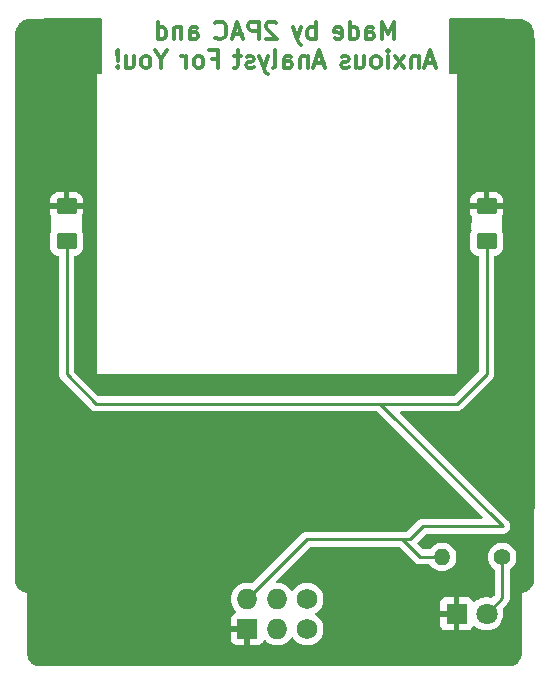
<source format=gbl>
G04 #@! TF.GenerationSoftware,KiCad,Pcbnew,(7.0.0)*
G04 #@! TF.CreationDate,2023-04-17T17:46:40-04:00*
G04 #@! TF.ProjectId,AA Design THT Modify,41412044-6573-4696-976e-20544854204d,rev?*
G04 #@! TF.SameCoordinates,Original*
G04 #@! TF.FileFunction,Copper,L2,Bot*
G04 #@! TF.FilePolarity,Positive*
%FSLAX46Y46*%
G04 Gerber Fmt 4.6, Leading zero omitted, Abs format (unit mm)*
G04 Created by KiCad (PCBNEW (7.0.0)) date 2023-04-17 17:46:40*
%MOMM*%
%LPD*%
G01*
G04 APERTURE LIST*
G04 Aperture macros list*
%AMRoundRect*
0 Rectangle with rounded corners*
0 $1 Rounding radius*
0 $2 $3 $4 $5 $6 $7 $8 $9 X,Y pos of 4 corners*
0 Add a 4 corners polygon primitive as box body*
4,1,4,$2,$3,$4,$5,$6,$7,$8,$9,$2,$3,0*
0 Add four circle primitives for the rounded corners*
1,1,$1+$1,$2,$3*
1,1,$1+$1,$4,$5*
1,1,$1+$1,$6,$7*
1,1,$1+$1,$8,$9*
0 Add four rect primitives between the rounded corners*
20,1,$1+$1,$2,$3,$4,$5,0*
20,1,$1+$1,$4,$5,$6,$7,0*
20,1,$1+$1,$6,$7,$8,$9,0*
20,1,$1+$1,$8,$9,$2,$3,0*%
G04 Aperture macros list end*
%ADD10C,0.300000*%
G04 #@! TA.AperFunction,NonConductor*
%ADD11C,0.300000*%
G04 #@! TD*
G04 #@! TA.AperFunction,ComponentPad*
%ADD12O,1.727200X1.727200*%
G04 #@! TD*
G04 #@! TA.AperFunction,ComponentPad*
%ADD13R,1.727200X1.727200*%
G04 #@! TD*
G04 #@! TA.AperFunction,ComponentPad*
%ADD14C,1.727200*%
G04 #@! TD*
G04 #@! TA.AperFunction,ComponentPad*
%ADD15R,1.800000X1.800000*%
G04 #@! TD*
G04 #@! TA.AperFunction,ComponentPad*
%ADD16C,1.800000*%
G04 #@! TD*
G04 #@! TA.AperFunction,SMDPad,CuDef*
%ADD17RoundRect,0.250001X-0.624999X0.462499X-0.624999X-0.462499X0.624999X-0.462499X0.624999X0.462499X0*%
G04 #@! TD*
G04 #@! TA.AperFunction,ComponentPad*
%ADD18C,1.400000*%
G04 #@! TD*
G04 #@! TA.AperFunction,ComponentPad*
%ADD19O,1.400000X1.400000*%
G04 #@! TD*
G04 #@! TA.AperFunction,Conductor*
%ADD20C,0.250000*%
G04 #@! TD*
G04 APERTURE END LIST*
D10*
D11*
X73416657Y-37715471D02*
X73416657Y-36215471D01*
X73416657Y-36215471D02*
X72916657Y-37286900D01*
X72916657Y-37286900D02*
X72416657Y-36215471D01*
X72416657Y-36215471D02*
X72416657Y-37715471D01*
X71059514Y-37715471D02*
X71059514Y-36929757D01*
X71059514Y-36929757D02*
X71130942Y-36786900D01*
X71130942Y-36786900D02*
X71273799Y-36715471D01*
X71273799Y-36715471D02*
X71559514Y-36715471D01*
X71559514Y-36715471D02*
X71702371Y-36786900D01*
X71059514Y-37644042D02*
X71202371Y-37715471D01*
X71202371Y-37715471D02*
X71559514Y-37715471D01*
X71559514Y-37715471D02*
X71702371Y-37644042D01*
X71702371Y-37644042D02*
X71773799Y-37501185D01*
X71773799Y-37501185D02*
X71773799Y-37358328D01*
X71773799Y-37358328D02*
X71702371Y-37215471D01*
X71702371Y-37215471D02*
X71559514Y-37144042D01*
X71559514Y-37144042D02*
X71202371Y-37144042D01*
X71202371Y-37144042D02*
X71059514Y-37072614D01*
X69702371Y-37715471D02*
X69702371Y-36215471D01*
X69702371Y-37644042D02*
X69845228Y-37715471D01*
X69845228Y-37715471D02*
X70130942Y-37715471D01*
X70130942Y-37715471D02*
X70273799Y-37644042D01*
X70273799Y-37644042D02*
X70345228Y-37572614D01*
X70345228Y-37572614D02*
X70416656Y-37429757D01*
X70416656Y-37429757D02*
X70416656Y-37001185D01*
X70416656Y-37001185D02*
X70345228Y-36858328D01*
X70345228Y-36858328D02*
X70273799Y-36786900D01*
X70273799Y-36786900D02*
X70130942Y-36715471D01*
X70130942Y-36715471D02*
X69845228Y-36715471D01*
X69845228Y-36715471D02*
X69702371Y-36786900D01*
X68416656Y-37644042D02*
X68559513Y-37715471D01*
X68559513Y-37715471D02*
X68845228Y-37715471D01*
X68845228Y-37715471D02*
X68988085Y-37644042D01*
X68988085Y-37644042D02*
X69059513Y-37501185D01*
X69059513Y-37501185D02*
X69059513Y-36929757D01*
X69059513Y-36929757D02*
X68988085Y-36786900D01*
X68988085Y-36786900D02*
X68845228Y-36715471D01*
X68845228Y-36715471D02*
X68559513Y-36715471D01*
X68559513Y-36715471D02*
X68416656Y-36786900D01*
X68416656Y-36786900D02*
X68345228Y-36929757D01*
X68345228Y-36929757D02*
X68345228Y-37072614D01*
X68345228Y-37072614D02*
X69059513Y-37215471D01*
X66802371Y-37715471D02*
X66802371Y-36215471D01*
X66802371Y-36786900D02*
X66659514Y-36715471D01*
X66659514Y-36715471D02*
X66373799Y-36715471D01*
X66373799Y-36715471D02*
X66230942Y-36786900D01*
X66230942Y-36786900D02*
X66159514Y-36858328D01*
X66159514Y-36858328D02*
X66088085Y-37001185D01*
X66088085Y-37001185D02*
X66088085Y-37429757D01*
X66088085Y-37429757D02*
X66159514Y-37572614D01*
X66159514Y-37572614D02*
X66230942Y-37644042D01*
X66230942Y-37644042D02*
X66373799Y-37715471D01*
X66373799Y-37715471D02*
X66659514Y-37715471D01*
X66659514Y-37715471D02*
X66802371Y-37644042D01*
X65588085Y-36715471D02*
X65230942Y-37715471D01*
X64873799Y-36715471D02*
X65230942Y-37715471D01*
X65230942Y-37715471D02*
X65373799Y-38072614D01*
X65373799Y-38072614D02*
X65445228Y-38144042D01*
X65445228Y-38144042D02*
X65588085Y-38215471D01*
X63473799Y-36358328D02*
X63402371Y-36286900D01*
X63402371Y-36286900D02*
X63259514Y-36215471D01*
X63259514Y-36215471D02*
X62902371Y-36215471D01*
X62902371Y-36215471D02*
X62759514Y-36286900D01*
X62759514Y-36286900D02*
X62688085Y-36358328D01*
X62688085Y-36358328D02*
X62616656Y-36501185D01*
X62616656Y-36501185D02*
X62616656Y-36644042D01*
X62616656Y-36644042D02*
X62688085Y-36858328D01*
X62688085Y-36858328D02*
X63545228Y-37715471D01*
X63545228Y-37715471D02*
X62616656Y-37715471D01*
X61973800Y-37715471D02*
X61973800Y-36215471D01*
X61973800Y-36215471D02*
X61402371Y-36215471D01*
X61402371Y-36215471D02*
X61259514Y-36286900D01*
X61259514Y-36286900D02*
X61188085Y-36358328D01*
X61188085Y-36358328D02*
X61116657Y-36501185D01*
X61116657Y-36501185D02*
X61116657Y-36715471D01*
X61116657Y-36715471D02*
X61188085Y-36858328D01*
X61188085Y-36858328D02*
X61259514Y-36929757D01*
X61259514Y-36929757D02*
X61402371Y-37001185D01*
X61402371Y-37001185D02*
X61973800Y-37001185D01*
X60545228Y-37286900D02*
X59830943Y-37286900D01*
X60688085Y-37715471D02*
X60188085Y-36215471D01*
X60188085Y-36215471D02*
X59688085Y-37715471D01*
X58330943Y-37572614D02*
X58402371Y-37644042D01*
X58402371Y-37644042D02*
X58616657Y-37715471D01*
X58616657Y-37715471D02*
X58759514Y-37715471D01*
X58759514Y-37715471D02*
X58973800Y-37644042D01*
X58973800Y-37644042D02*
X59116657Y-37501185D01*
X59116657Y-37501185D02*
X59188086Y-37358328D01*
X59188086Y-37358328D02*
X59259514Y-37072614D01*
X59259514Y-37072614D02*
X59259514Y-36858328D01*
X59259514Y-36858328D02*
X59188086Y-36572614D01*
X59188086Y-36572614D02*
X59116657Y-36429757D01*
X59116657Y-36429757D02*
X58973800Y-36286900D01*
X58973800Y-36286900D02*
X58759514Y-36215471D01*
X58759514Y-36215471D02*
X58616657Y-36215471D01*
X58616657Y-36215471D02*
X58402371Y-36286900D01*
X58402371Y-36286900D02*
X58330943Y-36358328D01*
X56145229Y-37715471D02*
X56145229Y-36929757D01*
X56145229Y-36929757D02*
X56216657Y-36786900D01*
X56216657Y-36786900D02*
X56359514Y-36715471D01*
X56359514Y-36715471D02*
X56645229Y-36715471D01*
X56645229Y-36715471D02*
X56788086Y-36786900D01*
X56145229Y-37644042D02*
X56288086Y-37715471D01*
X56288086Y-37715471D02*
X56645229Y-37715471D01*
X56645229Y-37715471D02*
X56788086Y-37644042D01*
X56788086Y-37644042D02*
X56859514Y-37501185D01*
X56859514Y-37501185D02*
X56859514Y-37358328D01*
X56859514Y-37358328D02*
X56788086Y-37215471D01*
X56788086Y-37215471D02*
X56645229Y-37144042D01*
X56645229Y-37144042D02*
X56288086Y-37144042D01*
X56288086Y-37144042D02*
X56145229Y-37072614D01*
X55430943Y-36715471D02*
X55430943Y-37715471D01*
X55430943Y-36858328D02*
X55359514Y-36786900D01*
X55359514Y-36786900D02*
X55216657Y-36715471D01*
X55216657Y-36715471D02*
X55002371Y-36715471D01*
X55002371Y-36715471D02*
X54859514Y-36786900D01*
X54859514Y-36786900D02*
X54788086Y-36929757D01*
X54788086Y-36929757D02*
X54788086Y-37715471D01*
X53430943Y-37715471D02*
X53430943Y-36215471D01*
X53430943Y-37644042D02*
X53573800Y-37715471D01*
X53573800Y-37715471D02*
X53859514Y-37715471D01*
X53859514Y-37715471D02*
X54002371Y-37644042D01*
X54002371Y-37644042D02*
X54073800Y-37572614D01*
X54073800Y-37572614D02*
X54145228Y-37429757D01*
X54145228Y-37429757D02*
X54145228Y-37001185D01*
X54145228Y-37001185D02*
X54073800Y-36858328D01*
X54073800Y-36858328D02*
X54002371Y-36786900D01*
X54002371Y-36786900D02*
X53859514Y-36715471D01*
X53859514Y-36715471D02*
X53573800Y-36715471D01*
X53573800Y-36715471D02*
X53430943Y-36786900D01*
X76880942Y-39716900D02*
X76166657Y-39716900D01*
X77023799Y-40145471D02*
X76523799Y-38645471D01*
X76523799Y-38645471D02*
X76023799Y-40145471D01*
X75523800Y-39145471D02*
X75523800Y-40145471D01*
X75523800Y-39288328D02*
X75452371Y-39216900D01*
X75452371Y-39216900D02*
X75309514Y-39145471D01*
X75309514Y-39145471D02*
X75095228Y-39145471D01*
X75095228Y-39145471D02*
X74952371Y-39216900D01*
X74952371Y-39216900D02*
X74880943Y-39359757D01*
X74880943Y-39359757D02*
X74880943Y-40145471D01*
X74309514Y-40145471D02*
X73523800Y-39145471D01*
X74309514Y-39145471D02*
X73523800Y-40145471D01*
X72952371Y-40145471D02*
X72952371Y-39145471D01*
X72952371Y-38645471D02*
X73023799Y-38716900D01*
X73023799Y-38716900D02*
X72952371Y-38788328D01*
X72952371Y-38788328D02*
X72880942Y-38716900D01*
X72880942Y-38716900D02*
X72952371Y-38645471D01*
X72952371Y-38645471D02*
X72952371Y-38788328D01*
X72023799Y-40145471D02*
X72166656Y-40074042D01*
X72166656Y-40074042D02*
X72238085Y-40002614D01*
X72238085Y-40002614D02*
X72309513Y-39859757D01*
X72309513Y-39859757D02*
X72309513Y-39431185D01*
X72309513Y-39431185D02*
X72238085Y-39288328D01*
X72238085Y-39288328D02*
X72166656Y-39216900D01*
X72166656Y-39216900D02*
X72023799Y-39145471D01*
X72023799Y-39145471D02*
X71809513Y-39145471D01*
X71809513Y-39145471D02*
X71666656Y-39216900D01*
X71666656Y-39216900D02*
X71595228Y-39288328D01*
X71595228Y-39288328D02*
X71523799Y-39431185D01*
X71523799Y-39431185D02*
X71523799Y-39859757D01*
X71523799Y-39859757D02*
X71595228Y-40002614D01*
X71595228Y-40002614D02*
X71666656Y-40074042D01*
X71666656Y-40074042D02*
X71809513Y-40145471D01*
X71809513Y-40145471D02*
X72023799Y-40145471D01*
X70238085Y-39145471D02*
X70238085Y-40145471D01*
X70880942Y-39145471D02*
X70880942Y-39931185D01*
X70880942Y-39931185D02*
X70809513Y-40074042D01*
X70809513Y-40074042D02*
X70666656Y-40145471D01*
X70666656Y-40145471D02*
X70452370Y-40145471D01*
X70452370Y-40145471D02*
X70309513Y-40074042D01*
X70309513Y-40074042D02*
X70238085Y-40002614D01*
X69595227Y-40074042D02*
X69452370Y-40145471D01*
X69452370Y-40145471D02*
X69166656Y-40145471D01*
X69166656Y-40145471D02*
X69023799Y-40074042D01*
X69023799Y-40074042D02*
X68952370Y-39931185D01*
X68952370Y-39931185D02*
X68952370Y-39859757D01*
X68952370Y-39859757D02*
X69023799Y-39716900D01*
X69023799Y-39716900D02*
X69166656Y-39645471D01*
X69166656Y-39645471D02*
X69380942Y-39645471D01*
X69380942Y-39645471D02*
X69523799Y-39574042D01*
X69523799Y-39574042D02*
X69595227Y-39431185D01*
X69595227Y-39431185D02*
X69595227Y-39359757D01*
X69595227Y-39359757D02*
X69523799Y-39216900D01*
X69523799Y-39216900D02*
X69380942Y-39145471D01*
X69380942Y-39145471D02*
X69166656Y-39145471D01*
X69166656Y-39145471D02*
X69023799Y-39216900D01*
X67480941Y-39716900D02*
X66766656Y-39716900D01*
X67623798Y-40145471D02*
X67123798Y-38645471D01*
X67123798Y-38645471D02*
X66623798Y-40145471D01*
X66123799Y-39145471D02*
X66123799Y-40145471D01*
X66123799Y-39288328D02*
X66052370Y-39216900D01*
X66052370Y-39216900D02*
X65909513Y-39145471D01*
X65909513Y-39145471D02*
X65695227Y-39145471D01*
X65695227Y-39145471D02*
X65552370Y-39216900D01*
X65552370Y-39216900D02*
X65480942Y-39359757D01*
X65480942Y-39359757D02*
X65480942Y-40145471D01*
X64123799Y-40145471D02*
X64123799Y-39359757D01*
X64123799Y-39359757D02*
X64195227Y-39216900D01*
X64195227Y-39216900D02*
X64338084Y-39145471D01*
X64338084Y-39145471D02*
X64623799Y-39145471D01*
X64623799Y-39145471D02*
X64766656Y-39216900D01*
X64123799Y-40074042D02*
X64266656Y-40145471D01*
X64266656Y-40145471D02*
X64623799Y-40145471D01*
X64623799Y-40145471D02*
X64766656Y-40074042D01*
X64766656Y-40074042D02*
X64838084Y-39931185D01*
X64838084Y-39931185D02*
X64838084Y-39788328D01*
X64838084Y-39788328D02*
X64766656Y-39645471D01*
X64766656Y-39645471D02*
X64623799Y-39574042D01*
X64623799Y-39574042D02*
X64266656Y-39574042D01*
X64266656Y-39574042D02*
X64123799Y-39502614D01*
X63195227Y-40145471D02*
X63338084Y-40074042D01*
X63338084Y-40074042D02*
X63409513Y-39931185D01*
X63409513Y-39931185D02*
X63409513Y-38645471D01*
X62766656Y-39145471D02*
X62409513Y-40145471D01*
X62052370Y-39145471D02*
X62409513Y-40145471D01*
X62409513Y-40145471D02*
X62552370Y-40502614D01*
X62552370Y-40502614D02*
X62623799Y-40574042D01*
X62623799Y-40574042D02*
X62766656Y-40645471D01*
X61552370Y-40074042D02*
X61409513Y-40145471D01*
X61409513Y-40145471D02*
X61123799Y-40145471D01*
X61123799Y-40145471D02*
X60980942Y-40074042D01*
X60980942Y-40074042D02*
X60909513Y-39931185D01*
X60909513Y-39931185D02*
X60909513Y-39859757D01*
X60909513Y-39859757D02*
X60980942Y-39716900D01*
X60980942Y-39716900D02*
X61123799Y-39645471D01*
X61123799Y-39645471D02*
X61338085Y-39645471D01*
X61338085Y-39645471D02*
X61480942Y-39574042D01*
X61480942Y-39574042D02*
X61552370Y-39431185D01*
X61552370Y-39431185D02*
X61552370Y-39359757D01*
X61552370Y-39359757D02*
X61480942Y-39216900D01*
X61480942Y-39216900D02*
X61338085Y-39145471D01*
X61338085Y-39145471D02*
X61123799Y-39145471D01*
X61123799Y-39145471D02*
X60980942Y-39216900D01*
X60480941Y-39145471D02*
X59909513Y-39145471D01*
X60266656Y-38645471D02*
X60266656Y-39931185D01*
X60266656Y-39931185D02*
X60195227Y-40074042D01*
X60195227Y-40074042D02*
X60052370Y-40145471D01*
X60052370Y-40145471D02*
X59909513Y-40145471D01*
X58009513Y-39359757D02*
X58509513Y-39359757D01*
X58509513Y-40145471D02*
X58509513Y-38645471D01*
X58509513Y-38645471D02*
X57795227Y-38645471D01*
X57009513Y-40145471D02*
X57152370Y-40074042D01*
X57152370Y-40074042D02*
X57223799Y-40002614D01*
X57223799Y-40002614D02*
X57295227Y-39859757D01*
X57295227Y-39859757D02*
X57295227Y-39431185D01*
X57295227Y-39431185D02*
X57223799Y-39288328D01*
X57223799Y-39288328D02*
X57152370Y-39216900D01*
X57152370Y-39216900D02*
X57009513Y-39145471D01*
X57009513Y-39145471D02*
X56795227Y-39145471D01*
X56795227Y-39145471D02*
X56652370Y-39216900D01*
X56652370Y-39216900D02*
X56580942Y-39288328D01*
X56580942Y-39288328D02*
X56509513Y-39431185D01*
X56509513Y-39431185D02*
X56509513Y-39859757D01*
X56509513Y-39859757D02*
X56580942Y-40002614D01*
X56580942Y-40002614D02*
X56652370Y-40074042D01*
X56652370Y-40074042D02*
X56795227Y-40145471D01*
X56795227Y-40145471D02*
X57009513Y-40145471D01*
X55866656Y-40145471D02*
X55866656Y-39145471D01*
X55866656Y-39431185D02*
X55795227Y-39288328D01*
X55795227Y-39288328D02*
X55723799Y-39216900D01*
X55723799Y-39216900D02*
X55580941Y-39145471D01*
X55580941Y-39145471D02*
X55438084Y-39145471D01*
X53752370Y-39431185D02*
X53752370Y-40145471D01*
X54252370Y-38645471D02*
X53752370Y-39431185D01*
X53752370Y-39431185D02*
X53252370Y-38645471D01*
X52538085Y-40145471D02*
X52680942Y-40074042D01*
X52680942Y-40074042D02*
X52752371Y-40002614D01*
X52752371Y-40002614D02*
X52823799Y-39859757D01*
X52823799Y-39859757D02*
X52823799Y-39431185D01*
X52823799Y-39431185D02*
X52752371Y-39288328D01*
X52752371Y-39288328D02*
X52680942Y-39216900D01*
X52680942Y-39216900D02*
X52538085Y-39145471D01*
X52538085Y-39145471D02*
X52323799Y-39145471D01*
X52323799Y-39145471D02*
X52180942Y-39216900D01*
X52180942Y-39216900D02*
X52109514Y-39288328D01*
X52109514Y-39288328D02*
X52038085Y-39431185D01*
X52038085Y-39431185D02*
X52038085Y-39859757D01*
X52038085Y-39859757D02*
X52109514Y-40002614D01*
X52109514Y-40002614D02*
X52180942Y-40074042D01*
X52180942Y-40074042D02*
X52323799Y-40145471D01*
X52323799Y-40145471D02*
X52538085Y-40145471D01*
X50752371Y-39145471D02*
X50752371Y-40145471D01*
X51395228Y-39145471D02*
X51395228Y-39931185D01*
X51395228Y-39931185D02*
X51323799Y-40074042D01*
X51323799Y-40074042D02*
X51180942Y-40145471D01*
X51180942Y-40145471D02*
X50966656Y-40145471D01*
X50966656Y-40145471D02*
X50823799Y-40074042D01*
X50823799Y-40074042D02*
X50752371Y-40002614D01*
X50038085Y-40002614D02*
X49966656Y-40074042D01*
X49966656Y-40074042D02*
X50038085Y-40145471D01*
X50038085Y-40145471D02*
X50109513Y-40074042D01*
X50109513Y-40074042D02*
X50038085Y-40002614D01*
X50038085Y-40002614D02*
X50038085Y-40145471D01*
X50038085Y-39574042D02*
X50109513Y-38716900D01*
X50109513Y-38716900D02*
X50038085Y-38645471D01*
X50038085Y-38645471D02*
X49966656Y-38716900D01*
X49966656Y-38716900D02*
X50038085Y-39574042D01*
X50038085Y-39574042D02*
X50038085Y-38645471D01*
D12*
G04 #@! TO.P,X1,1,VCC*
G04 #@! TO.N,Net-(D1-A)*
X61019999Y-85109999D03*
D13*
G04 #@! TO.P,X1,2,GND*
G04 #@! TO.N,Net-(D1-K)*
X61019999Y-87649999D03*
D12*
G04 #@! TO.P,X1,3,SDA*
G04 #@! TO.N,unconnected-(X1-SDA-Pad3)*
X63559999Y-85109999D03*
G04 #@! TO.P,X1,4,SCL*
G04 #@! TO.N,unconnected-(X1-SCL-Pad4)*
X63559999Y-87649999D03*
D14*
G04 #@! TO.P,X1,5,GPIO1*
G04 #@! TO.N,unconnected-(X1-GPIO1-Pad5)*
X66100000Y-85110000D03*
G04 #@! TO.P,X1,6,GPIO2*
G04 #@! TO.N,unconnected-(X1-GPIO2-Pad6)*
X66100000Y-87650000D03*
G04 #@! TD*
D15*
G04 #@! TO.P,D3,1,K*
G04 #@! TO.N,Net-(D1-K)*
X78739999Y-86359999D03*
D16*
G04 #@! TO.P,D3,2,A*
G04 #@! TO.N,Net-(D3-A)*
X81280000Y-86360000D03*
G04 #@! TD*
D17*
G04 #@! TO.P,D1,1,K*
G04 #@! TO.N,Net-(D1-K)*
X81280000Y-51852500D03*
G04 #@! TO.P,D1,2,A*
G04 #@! TO.N,Net-(D1-A)*
X81280000Y-54827500D03*
G04 #@! TD*
G04 #@! TO.P,D2,1,K*
G04 #@! TO.N,Net-(D1-K)*
X45720000Y-51852500D03*
G04 #@! TO.P,D2,2,A*
G04 #@! TO.N,Net-(D1-A)*
X45720000Y-54827500D03*
G04 #@! TD*
D18*
G04 #@! TO.P,R2,1*
G04 #@! TO.N,Net-(D3-A)*
X82600000Y-81550000D03*
D19*
G04 #@! TO.P,R2,2*
G04 #@! TO.N,Net-(D1-A)*
X77519999Y-81549999D03*
G04 #@! TD*
D20*
G04 #@! TO.N,Net-(D1-A)*
X72300000Y-68580000D02*
X72300000Y-68600000D01*
X72300000Y-68580000D02*
X48200000Y-68580000D01*
X72300000Y-68600000D02*
X82650000Y-78950000D01*
X45720000Y-66100000D02*
X45720000Y-54827500D01*
X66080000Y-80050000D02*
X74150000Y-80050000D01*
X61020000Y-85110000D02*
X66080000Y-80050000D01*
X74150000Y-80050000D02*
X75650000Y-81550000D01*
X74800000Y-80050000D02*
X74150000Y-80050000D01*
X82650000Y-78950000D02*
X75900000Y-78950000D01*
X48200000Y-68580000D02*
X45720000Y-66100000D01*
X75650000Y-81550000D02*
X77520000Y-81550000D01*
X72300000Y-68580000D02*
X78740000Y-68580000D01*
X75900000Y-78950000D02*
X74800000Y-80050000D01*
X78740000Y-68580000D02*
X81280000Y-66040000D01*
X81280000Y-66040000D02*
X81280000Y-54827500D01*
G04 #@! TO.N,Net-(D3-A)*
X82600000Y-85040000D02*
X81280000Y-86360000D01*
X82600000Y-81550000D02*
X82600000Y-85040000D01*
G04 #@! TD*
G04 #@! TA.AperFunction,Conductor*
G04 #@! TO.N,Net-(D1-K)*
G36*
X48671157Y-35919503D02*
G01*
X48716544Y-35964890D01*
X48733157Y-36026890D01*
X48733157Y-40516000D01*
X48716544Y-40578000D01*
X48671157Y-40623387D01*
X48609157Y-40640000D01*
X48260000Y-40640000D01*
X48260000Y-66040000D01*
X78723674Y-66040000D01*
X78740000Y-66040000D01*
X78740000Y-51586174D01*
X79905000Y-51586174D01*
X79908450Y-51599049D01*
X79921326Y-51602500D01*
X81013674Y-51602500D01*
X81026549Y-51599049D01*
X81030000Y-51586174D01*
X81530000Y-51586174D01*
X81533450Y-51599049D01*
X81546326Y-51602500D01*
X82638674Y-51602500D01*
X82651549Y-51599049D01*
X82655000Y-51586174D01*
X82655000Y-51343169D01*
X82654680Y-51336891D01*
X82645194Y-51244042D01*
X82642375Y-51230875D01*
X82591629Y-51077733D01*
X82585567Y-51064734D01*
X82501109Y-50927806D01*
X82492205Y-50916545D01*
X82378454Y-50802794D01*
X82367193Y-50793890D01*
X82230265Y-50709432D01*
X82217266Y-50703370D01*
X82064124Y-50652624D01*
X82050957Y-50649805D01*
X81958108Y-50640319D01*
X81951831Y-50640000D01*
X81546326Y-50640000D01*
X81533450Y-50643450D01*
X81530000Y-50656326D01*
X81530000Y-51586174D01*
X81030000Y-51586174D01*
X81030000Y-50656326D01*
X81026549Y-50643450D01*
X81013674Y-50640000D01*
X80608169Y-50640000D01*
X80601891Y-50640319D01*
X80509042Y-50649805D01*
X80495875Y-50652624D01*
X80342733Y-50703370D01*
X80329734Y-50709432D01*
X80192806Y-50793890D01*
X80181545Y-50802794D01*
X80067794Y-50916545D01*
X80058890Y-50927806D01*
X79974432Y-51064734D01*
X79968370Y-51077733D01*
X79917624Y-51230875D01*
X79914805Y-51244042D01*
X79905319Y-51336891D01*
X79905000Y-51343169D01*
X79905000Y-51586174D01*
X78740000Y-51586174D01*
X78740000Y-40640000D01*
X78723674Y-40640000D01*
X78238444Y-40640000D01*
X78176444Y-40623387D01*
X78131057Y-40578000D01*
X78114444Y-40516000D01*
X78114444Y-36062374D01*
X78131057Y-36000374D01*
X78176444Y-35954987D01*
X78238444Y-35938374D01*
X82278914Y-35938374D01*
X82299004Y-35938374D01*
X82491818Y-35938374D01*
X82511908Y-35938374D01*
X82735808Y-35938374D01*
X82756191Y-35940060D01*
X82949157Y-35972220D01*
X82953108Y-35973857D01*
X82958976Y-35973857D01*
X82964760Y-35974821D01*
X82968923Y-35973857D01*
X83201496Y-35973857D01*
X83221586Y-35973857D01*
X83414399Y-35973857D01*
X83434489Y-35973857D01*
X83658386Y-35973857D01*
X83678771Y-35975544D01*
X83871740Y-36007704D01*
X83875690Y-36009341D01*
X83881557Y-36009341D01*
X83887341Y-36010305D01*
X83891504Y-36009341D01*
X84123263Y-36009341D01*
X84138642Y-36010298D01*
X84382067Y-36040727D01*
X84422141Y-36052859D01*
X84617297Y-36150438D01*
X84714371Y-36198975D01*
X84795888Y-36239733D01*
X84828115Y-36262961D01*
X84942924Y-36377770D01*
X85071939Y-36506786D01*
X85095166Y-36539012D01*
X85148977Y-36646633D01*
X85147706Y-36647268D01*
X85147708Y-36647270D01*
X85148978Y-36646636D01*
X85218892Y-36786464D01*
X85225620Y-36802706D01*
X85251221Y-36879509D01*
X85248205Y-36880514D01*
X85248989Y-36882019D01*
X85250430Y-36881423D01*
X85253278Y-36888300D01*
X85255868Y-36894553D01*
X85255869Y-36894554D01*
X85256065Y-36895027D01*
X85257269Y-36898254D01*
X85257617Y-36898775D01*
X85257750Y-36899095D01*
X85260359Y-36906922D01*
X85261570Y-36908319D01*
X85262279Y-36910029D01*
X85268116Y-36915866D01*
X85268344Y-36916129D01*
X85273809Y-36925718D01*
X85290075Y-36987114D01*
X85290075Y-37002439D01*
X85288669Y-37016706D01*
X85285914Y-37023358D01*
X85290586Y-37034639D01*
X85290587Y-37034641D01*
X85293857Y-37042535D01*
X85297249Y-37050725D01*
X85301924Y-37062009D01*
X85305440Y-37063465D01*
X85320219Y-37094711D01*
X85325559Y-37130707D01*
X85325559Y-37190733D01*
X85325559Y-37297185D01*
X85325559Y-37368152D01*
X85325559Y-37477863D01*
X85325559Y-37478457D01*
X85325437Y-37481873D01*
X85325559Y-37482486D01*
X85325559Y-37482858D01*
X85324974Y-37491089D01*
X85325559Y-37492844D01*
X85325559Y-37494694D01*
X85328717Y-37502318D01*
X85328835Y-37502672D01*
X85328913Y-37503290D01*
X85330107Y-37506490D01*
X85330670Y-37508177D01*
X85354680Y-37580207D01*
X85361043Y-37619419D01*
X85361043Y-37652024D01*
X85361043Y-37758475D01*
X85361043Y-37864927D01*
X85361043Y-37900411D01*
X85361043Y-43542351D01*
X85361043Y-49148807D01*
X85361043Y-54790747D01*
X85361043Y-60397203D01*
X85361043Y-66039144D01*
X85361043Y-71691161D01*
X85325589Y-83390697D01*
X85323201Y-83390689D01*
X85323199Y-83390771D01*
X85325559Y-83390771D01*
X85325559Y-83400808D01*
X85325558Y-83401186D01*
X85325529Y-83410710D01*
X85323299Y-83410703D01*
X85323302Y-83410781D01*
X85325559Y-83410781D01*
X85325559Y-83525473D01*
X85323151Y-83549792D01*
X85293187Y-83699610D01*
X85289232Y-83714503D01*
X85229088Y-83894934D01*
X85214625Y-83924505D01*
X85090826Y-84110202D01*
X85082911Y-84120802D01*
X84929336Y-84305092D01*
X84899797Y-84330861D01*
X84652828Y-84485217D01*
X84633161Y-84495196D01*
X84311874Y-84623712D01*
X84310836Y-84621117D01*
X84310571Y-84621234D01*
X84311540Y-84623575D01*
X84293098Y-84631214D01*
X84291756Y-84631760D01*
X84284604Y-84634621D01*
X84284602Y-84634621D01*
X84283460Y-84635079D01*
X84283231Y-84635301D01*
X84272891Y-84639585D01*
X84268852Y-84649334D01*
X84261301Y-84656704D01*
X84261164Y-84667895D01*
X84261042Y-84668191D01*
X84261042Y-84669428D01*
X84261042Y-84677175D01*
X84261033Y-84678687D01*
X84260791Y-84698537D01*
X84258241Y-84698505D01*
X84258232Y-84698794D01*
X84261042Y-84698794D01*
X84261042Y-89808961D01*
X84259355Y-89829348D01*
X84229345Y-90009397D01*
X84222163Y-90035063D01*
X84163392Y-90181988D01*
X84154590Y-90199732D01*
X84059964Y-90357444D01*
X84052834Y-90368048D01*
X83966741Y-90482837D01*
X83941941Y-90507637D01*
X83827150Y-90593729D01*
X83816549Y-90600857D01*
X83658839Y-90695484D01*
X83641094Y-90704286D01*
X83494170Y-90763056D01*
X83468504Y-90770238D01*
X83355099Y-90789140D01*
X83288452Y-90800248D01*
X83268068Y-90801935D01*
X78289324Y-90801935D01*
X76586096Y-90801935D01*
X73392545Y-90801935D01*
X68389315Y-90801935D01*
X63386086Y-90801935D01*
X58382856Y-90801935D01*
X53379626Y-90801935D01*
X48376396Y-90801935D01*
X43377562Y-90801935D01*
X43357176Y-90800248D01*
X43177127Y-90770239D01*
X43151461Y-90763057D01*
X43004536Y-90704287D01*
X42986790Y-90695485D01*
X42829080Y-90600858D01*
X42818479Y-90593730D01*
X42703685Y-90507636D01*
X42678884Y-90482834D01*
X42592794Y-90368046D01*
X42585665Y-90357445D01*
X42518058Y-90244768D01*
X42491036Y-90199731D01*
X42482238Y-90181995D01*
X42423463Y-90035060D01*
X42416283Y-90009396D01*
X42386275Y-89829346D01*
X42384588Y-89808961D01*
X42384588Y-88558118D01*
X59656400Y-88558118D01*
X59656753Y-88564714D01*
X59661973Y-88613267D01*
X59665511Y-88628241D01*
X59709947Y-88747377D01*
X59718362Y-88762789D01*
X59793898Y-88863692D01*
X59806307Y-88876101D01*
X59907210Y-88951637D01*
X59922622Y-88960052D01*
X60041758Y-89004488D01*
X60056732Y-89008026D01*
X60105285Y-89013246D01*
X60111882Y-89013600D01*
X60753674Y-89013600D01*
X60766549Y-89010149D01*
X60770000Y-88997274D01*
X60770000Y-87916326D01*
X60766549Y-87903450D01*
X60753674Y-87900000D01*
X59672726Y-87900000D01*
X59659850Y-87903450D01*
X59656400Y-87916326D01*
X59656400Y-88558118D01*
X42384588Y-88558118D01*
X42384588Y-84698793D01*
X42387398Y-84698793D01*
X42387388Y-84698504D01*
X42384839Y-84698536D01*
X42384597Y-84678686D01*
X42384588Y-84677174D01*
X42384588Y-84669438D01*
X42384588Y-84668191D01*
X42384465Y-84667895D01*
X42384329Y-84656704D01*
X42376777Y-84649334D01*
X42372739Y-84639585D01*
X42362398Y-84635301D01*
X42362169Y-84635078D01*
X42361020Y-84634618D01*
X42361018Y-84634617D01*
X42353797Y-84631729D01*
X42352400Y-84631160D01*
X42334088Y-84623575D01*
X42335072Y-84621199D01*
X42334807Y-84621081D01*
X42333755Y-84623712D01*
X42012467Y-84495196D01*
X41992800Y-84485217D01*
X41745830Y-84330861D01*
X41716291Y-84305092D01*
X41562718Y-84120806D01*
X41554803Y-84110206D01*
X41431003Y-83924505D01*
X41416542Y-83894938D01*
X41356394Y-83714496D01*
X41352441Y-83699607D01*
X41322479Y-83549791D01*
X41320071Y-83525474D01*
X41320071Y-55340544D01*
X44336500Y-55340544D01*
X44336818Y-55343659D01*
X44336819Y-55343673D01*
X44346425Y-55437693D01*
X44347113Y-55444425D01*
X44349239Y-55450843D01*
X44349241Y-55450849D01*
X44400612Y-55605879D01*
X44402885Y-55612738D01*
X44495970Y-55763651D01*
X44621349Y-55889030D01*
X44772262Y-55982115D01*
X44940575Y-56037887D01*
X44965669Y-56040450D01*
X44975104Y-56041415D01*
X45031641Y-56061839D01*
X45071929Y-56106453D01*
X45086500Y-56164773D01*
X45086500Y-66021154D01*
X45085968Y-66032437D01*
X45084298Y-66039909D01*
X45084543Y-66047705D01*
X45084543Y-66047707D01*
X45086439Y-66108017D01*
X45086500Y-66111913D01*
X45086500Y-66139856D01*
X45086988Y-66143721D01*
X45086989Y-66143732D01*
X45087019Y-66143970D01*
X45087934Y-66155596D01*
X45089081Y-66192096D01*
X45089082Y-66192103D01*
X45089327Y-66199889D01*
X45091500Y-66207370D01*
X45091502Y-66207380D01*
X45095022Y-66219495D01*
X45098967Y-66238542D01*
X45101526Y-66258797D01*
X45104395Y-66266045D01*
X45104398Y-66266054D01*
X45117838Y-66300001D01*
X45121621Y-66311048D01*
X45123936Y-66319016D01*
X45133982Y-66353593D01*
X45137953Y-66360308D01*
X45137954Y-66360310D01*
X45144375Y-66371168D01*
X45152930Y-66388631D01*
X45160448Y-66407617D01*
X45165030Y-66413924D01*
X45165031Y-66413925D01*
X45186491Y-66443462D01*
X45192905Y-66453227D01*
X45208450Y-66479512D01*
X45215458Y-66491362D01*
X45220976Y-66496880D01*
X45229889Y-66505793D01*
X45242525Y-66520588D01*
X45249938Y-66530791D01*
X45249943Y-66530796D01*
X45254528Y-66537107D01*
X45288667Y-66565349D01*
X45297308Y-66573212D01*
X47696294Y-68972198D01*
X47703896Y-68980551D01*
X47708000Y-68987018D01*
X47713690Y-68992361D01*
X47757667Y-69033658D01*
X47760465Y-69036369D01*
X47780231Y-69056135D01*
X47783310Y-69058523D01*
X47783486Y-69058660D01*
X47792376Y-69066252D01*
X47824679Y-69096586D01*
X47842570Y-69106421D01*
X47858827Y-69117101D01*
X47868796Y-69124833D01*
X47874960Y-69129614D01*
X47882116Y-69132710D01*
X47882115Y-69132710D01*
X47915618Y-69147208D01*
X47926111Y-69152348D01*
X47964940Y-69173695D01*
X47984718Y-69178773D01*
X48003120Y-69185074D01*
X48012997Y-69189347D01*
X48021855Y-69193181D01*
X48065621Y-69200112D01*
X48077041Y-69202477D01*
X48119970Y-69213500D01*
X48140385Y-69213500D01*
X48159783Y-69215027D01*
X48179943Y-69218220D01*
X48218476Y-69214577D01*
X48224058Y-69214050D01*
X48235727Y-69213500D01*
X71966234Y-69213500D01*
X72013687Y-69222939D01*
X72053915Y-69249819D01*
X80908915Y-78104819D01*
X80939165Y-78154182D01*
X80943707Y-78211898D01*
X80921552Y-78265385D01*
X80877529Y-78302985D01*
X80821234Y-78316500D01*
X75978847Y-78316500D01*
X75967562Y-78315968D01*
X75960091Y-78314298D01*
X75952293Y-78314543D01*
X75891969Y-78316439D01*
X75888074Y-78316500D01*
X75860144Y-78316500D01*
X75856289Y-78316986D01*
X75856255Y-78316989D01*
X75856024Y-78317019D01*
X75844405Y-78317933D01*
X75807905Y-78319080D01*
X75807897Y-78319081D01*
X75800111Y-78319326D01*
X75792625Y-78321500D01*
X75792622Y-78321501D01*
X75780499Y-78325023D01*
X75761461Y-78328965D01*
X75748946Y-78330546D01*
X75748933Y-78330549D01*
X75741203Y-78331526D01*
X75733957Y-78334394D01*
X75733948Y-78334397D01*
X75700004Y-78347836D01*
X75688961Y-78351617D01*
X75653896Y-78361805D01*
X75653888Y-78361808D01*
X75646407Y-78363982D01*
X75639695Y-78367950D01*
X75639695Y-78367951D01*
X75628834Y-78374374D01*
X75611370Y-78382929D01*
X75599636Y-78387575D01*
X75599629Y-78387578D01*
X75592383Y-78390448D01*
X75586079Y-78395027D01*
X75586068Y-78395034D01*
X75556534Y-78416491D01*
X75546776Y-78422901D01*
X75515355Y-78441483D01*
X75515341Y-78441493D01*
X75508638Y-78445458D01*
X75503122Y-78450973D01*
X75503119Y-78450976D01*
X75494197Y-78459897D01*
X75479414Y-78472523D01*
X75469206Y-78479940D01*
X75469200Y-78479944D01*
X75462893Y-78484528D01*
X75457926Y-78490530D01*
X75457915Y-78490542D01*
X75434643Y-78518673D01*
X75426783Y-78527311D01*
X74573914Y-79380181D01*
X74533686Y-79407061D01*
X74486233Y-79416500D01*
X74230030Y-79416500D01*
X74209615Y-79416500D01*
X74190217Y-79414973D01*
X74177766Y-79413001D01*
X74170057Y-79411780D01*
X74162291Y-79412514D01*
X74162288Y-79412514D01*
X74125942Y-79415950D01*
X74114273Y-79416500D01*
X66158848Y-79416500D01*
X66147563Y-79415968D01*
X66140092Y-79414298D01*
X66132294Y-79414543D01*
X66071970Y-79416439D01*
X66068075Y-79416500D01*
X66040144Y-79416500D01*
X66036289Y-79416986D01*
X66036255Y-79416989D01*
X66036024Y-79417019D01*
X66024405Y-79417933D01*
X65987908Y-79419080D01*
X65987900Y-79419081D01*
X65980111Y-79419326D01*
X65972625Y-79421500D01*
X65972616Y-79421502D01*
X65960496Y-79425023D01*
X65941460Y-79428965D01*
X65928941Y-79430547D01*
X65928931Y-79430549D01*
X65921203Y-79431526D01*
X65913960Y-79434393D01*
X65913950Y-79434396D01*
X65880013Y-79447832D01*
X65868971Y-79451613D01*
X65833900Y-79461803D01*
X65833893Y-79461805D01*
X65826407Y-79463981D01*
X65819697Y-79467949D01*
X65819688Y-79467953D01*
X65808824Y-79474378D01*
X65791365Y-79482931D01*
X65779637Y-79487575D01*
X65779631Y-79487577D01*
X65772383Y-79490448D01*
X65766078Y-79495028D01*
X65766070Y-79495033D01*
X65736537Y-79516489D01*
X65726782Y-79522897D01*
X65695354Y-79541485D01*
X65695348Y-79541489D01*
X65688638Y-79545458D01*
X65683125Y-79550969D01*
X65683118Y-79550976D01*
X65674197Y-79559897D01*
X65659414Y-79572523D01*
X65649206Y-79579940D01*
X65649200Y-79579944D01*
X65642893Y-79584528D01*
X65637926Y-79590530D01*
X65637915Y-79590542D01*
X65614643Y-79618673D01*
X65606783Y-79627311D01*
X61487743Y-83746350D01*
X61428034Y-83779473D01*
X61368274Y-83776398D01*
X61367805Y-83778252D01*
X61362835Y-83776993D01*
X61357985Y-83775328D01*
X61352935Y-83774485D01*
X61352926Y-83774483D01*
X61138756Y-83738744D01*
X61138749Y-83738743D01*
X61133695Y-83737900D01*
X60906305Y-83737900D01*
X60901251Y-83738743D01*
X60901243Y-83738744D01*
X60687068Y-83774484D01*
X60687058Y-83774486D01*
X60682015Y-83775328D01*
X60677176Y-83776989D01*
X60677165Y-83776992D01*
X60471792Y-83847496D01*
X60471781Y-83847500D01*
X60466945Y-83849161D01*
X60462451Y-83851593D01*
X60462442Y-83851597D01*
X60271469Y-83954948D01*
X60271465Y-83954950D01*
X60266961Y-83957388D01*
X60262921Y-83960532D01*
X60262914Y-83960537D01*
X60091564Y-84093903D01*
X60091556Y-84093910D01*
X60087517Y-84097054D01*
X60084047Y-84100822D01*
X60084043Y-84100827D01*
X59936980Y-84260581D01*
X59936977Y-84260584D01*
X59933510Y-84264351D01*
X59930715Y-84268628D01*
X59930708Y-84268638D01*
X59826870Y-84427575D01*
X59809139Y-84454715D01*
X59807084Y-84459399D01*
X59807079Y-84459409D01*
X59720118Y-84657662D01*
X59717797Y-84662953D01*
X59716539Y-84667918D01*
X59716538Y-84667923D01*
X59663235Y-84878411D01*
X59663233Y-84878420D01*
X59661976Y-84883386D01*
X59661552Y-84888495D01*
X59661551Y-84888505D01*
X59652244Y-85000828D01*
X59643198Y-85110000D01*
X59643622Y-85115117D01*
X59661551Y-85331494D01*
X59661552Y-85331502D01*
X59661976Y-85336614D01*
X59663233Y-85341581D01*
X59663235Y-85341588D01*
X59701304Y-85491917D01*
X59717797Y-85557047D01*
X59719857Y-85561743D01*
X59807079Y-85760590D01*
X59807082Y-85760595D01*
X59809139Y-85765285D01*
X59817106Y-85777479D01*
X59930708Y-85951361D01*
X59930711Y-85951365D01*
X59933510Y-85955649D01*
X60060570Y-86093674D01*
X60069150Y-86102994D01*
X60097923Y-86155747D01*
X60098516Y-86215833D01*
X60070789Y-86269143D01*
X60021254Y-86303159D01*
X59922620Y-86339948D01*
X59907210Y-86348362D01*
X59806307Y-86423898D01*
X59793898Y-86436307D01*
X59718362Y-86537210D01*
X59709947Y-86552622D01*
X59665511Y-86671758D01*
X59661973Y-86686732D01*
X59656753Y-86735285D01*
X59656400Y-86741882D01*
X59656400Y-87383674D01*
X59659850Y-87396549D01*
X59672726Y-87400000D01*
X61146000Y-87400000D01*
X61208000Y-87416613D01*
X61253387Y-87462000D01*
X61270000Y-87524000D01*
X61270000Y-88997274D01*
X61273450Y-89010149D01*
X61286326Y-89013600D01*
X61928118Y-89013600D01*
X61934714Y-89013246D01*
X61983267Y-89008026D01*
X61998241Y-89004488D01*
X62117377Y-88960052D01*
X62132789Y-88951637D01*
X62233692Y-88876101D01*
X62246101Y-88863692D01*
X62321637Y-88762789D01*
X62330052Y-88747378D01*
X62367639Y-88646603D01*
X62403590Y-88595389D01*
X62459972Y-88568251D01*
X62522427Y-88572099D01*
X62575052Y-88605953D01*
X62627517Y-88662946D01*
X62806961Y-88802612D01*
X63006945Y-88910839D01*
X63011791Y-88912502D01*
X63011792Y-88912503D01*
X63150299Y-88960052D01*
X63222015Y-88984672D01*
X63446305Y-89022100D01*
X63668562Y-89022100D01*
X63673695Y-89022100D01*
X63897985Y-88984672D01*
X64113055Y-88910839D01*
X64313039Y-88802612D01*
X64492483Y-88662946D01*
X64646490Y-88495649D01*
X64726190Y-88373658D01*
X64770982Y-88332424D01*
X64830000Y-88317479D01*
X64889018Y-88332424D01*
X64933809Y-88373658D01*
X65010704Y-88491356D01*
X65010711Y-88491365D01*
X65013510Y-88495649D01*
X65167517Y-88662946D01*
X65346961Y-88802612D01*
X65546945Y-88910839D01*
X65551791Y-88912502D01*
X65551792Y-88912503D01*
X65690299Y-88960052D01*
X65762015Y-88984672D01*
X65986305Y-89022100D01*
X66208562Y-89022100D01*
X66213695Y-89022100D01*
X66437985Y-88984672D01*
X66653055Y-88910839D01*
X66853039Y-88802612D01*
X67032483Y-88662946D01*
X67186490Y-88495649D01*
X67310861Y-88305285D01*
X67402203Y-88097047D01*
X67458024Y-87876614D01*
X67476802Y-87650000D01*
X67458024Y-87423386D01*
X67427923Y-87304518D01*
X77340000Y-87304518D01*
X77340353Y-87311114D01*
X77345573Y-87359667D01*
X77349111Y-87374641D01*
X77393547Y-87493777D01*
X77401962Y-87509189D01*
X77477498Y-87610092D01*
X77489907Y-87622501D01*
X77590810Y-87698037D01*
X77606222Y-87706452D01*
X77725358Y-87750888D01*
X77740332Y-87754426D01*
X77788885Y-87759646D01*
X77795482Y-87760000D01*
X78473674Y-87760000D01*
X78486549Y-87756549D01*
X78490000Y-87743674D01*
X78990000Y-87743674D01*
X78993450Y-87756549D01*
X79006326Y-87760000D01*
X79684518Y-87760000D01*
X79691114Y-87759646D01*
X79739667Y-87754426D01*
X79754641Y-87750888D01*
X79873777Y-87706452D01*
X79889189Y-87698037D01*
X79990092Y-87622501D01*
X80002501Y-87610092D01*
X80078037Y-87509189D01*
X80086453Y-87493776D01*
X80108940Y-87433486D01*
X80144892Y-87382271D01*
X80201274Y-87355133D01*
X80263730Y-87358982D01*
X80316352Y-87392836D01*
X80322780Y-87399818D01*
X80506983Y-87543190D01*
X80511490Y-87545629D01*
X80511493Y-87545631D01*
X80653537Y-87622501D01*
X80712273Y-87654287D01*
X80933049Y-87730080D01*
X81163288Y-87768500D01*
X81391579Y-87768500D01*
X81396712Y-87768500D01*
X81626951Y-87730080D01*
X81847727Y-87654287D01*
X82053017Y-87543190D01*
X82237220Y-87399818D01*
X82395314Y-87228083D01*
X82522984Y-87032669D01*
X82616749Y-86818907D01*
X82674051Y-86592626D01*
X82693327Y-86360000D01*
X82674051Y-86127374D01*
X82637694Y-85983804D01*
X82638349Y-85920447D01*
X82670219Y-85865684D01*
X82775313Y-85760590D01*
X82992216Y-85543687D01*
X83000552Y-85536102D01*
X83007018Y-85532000D01*
X83053691Y-85482295D01*
X83056309Y-85479594D01*
X83076135Y-85459770D01*
X83078660Y-85456513D01*
X83086251Y-85447624D01*
X83116586Y-85415321D01*
X83126423Y-85397425D01*
X83137096Y-85381177D01*
X83149614Y-85365041D01*
X83167215Y-85324364D01*
X83172350Y-85313884D01*
X83189935Y-85281899D01*
X83189934Y-85281899D01*
X83193695Y-85275060D01*
X83198774Y-85255273D01*
X83205070Y-85236885D01*
X83213181Y-85218145D01*
X83220112Y-85174376D01*
X83222482Y-85162939D01*
X83233500Y-85120030D01*
X83233500Y-85099615D01*
X83235027Y-85080217D01*
X83235065Y-85079972D01*
X83238220Y-85060057D01*
X83234050Y-85015942D01*
X83233500Y-85004273D01*
X83233500Y-82646274D01*
X83247511Y-82589017D01*
X83286377Y-82544699D01*
X83379776Y-82479301D01*
X83529301Y-82329776D01*
X83650589Y-82156558D01*
X83739956Y-81964910D01*
X83794686Y-81760655D01*
X83813116Y-81550000D01*
X83794686Y-81339345D01*
X83739956Y-81135090D01*
X83650589Y-80943442D01*
X83529301Y-80770224D01*
X83379776Y-80620699D01*
X83206558Y-80499411D01*
X83192212Y-80492721D01*
X83019816Y-80412331D01*
X83019809Y-80412328D01*
X83014910Y-80410044D01*
X83009683Y-80408643D01*
X83009682Y-80408643D01*
X82815887Y-80356716D01*
X82810655Y-80355314D01*
X82805263Y-80354842D01*
X82805256Y-80354841D01*
X82605395Y-80337356D01*
X82600000Y-80336884D01*
X82594605Y-80337356D01*
X82394743Y-80354841D01*
X82394734Y-80354842D01*
X82389345Y-80355314D01*
X82384113Y-80356715D01*
X82384112Y-80356716D01*
X82190317Y-80408643D01*
X82190312Y-80408644D01*
X82185090Y-80410044D01*
X82180194Y-80412326D01*
X82180183Y-80412331D01*
X81998352Y-80497121D01*
X81998348Y-80497123D01*
X81993442Y-80499411D01*
X81989009Y-80502514D01*
X81989002Y-80502519D01*
X81824659Y-80617593D01*
X81824654Y-80617596D01*
X81820224Y-80620699D01*
X81816400Y-80624522D01*
X81816394Y-80624528D01*
X81674528Y-80766394D01*
X81674522Y-80766400D01*
X81670699Y-80770224D01*
X81667596Y-80774654D01*
X81667593Y-80774659D01*
X81552519Y-80939002D01*
X81552514Y-80939009D01*
X81549411Y-80943442D01*
X81547123Y-80948348D01*
X81547121Y-80948352D01*
X81462331Y-81130183D01*
X81462326Y-81130194D01*
X81460044Y-81135090D01*
X81405314Y-81339345D01*
X81404842Y-81344734D01*
X81404841Y-81344743D01*
X81387356Y-81544605D01*
X81386884Y-81550000D01*
X81387356Y-81555395D01*
X81404841Y-81755256D01*
X81404842Y-81755263D01*
X81405314Y-81760655D01*
X81406716Y-81765887D01*
X81456272Y-81950835D01*
X81460044Y-81964910D01*
X81462328Y-81969809D01*
X81462331Y-81969816D01*
X81531061Y-82117206D01*
X81549411Y-82156558D01*
X81552518Y-82160995D01*
X81552519Y-82160997D01*
X81571580Y-82188219D01*
X81670699Y-82329776D01*
X81820224Y-82479301D01*
X81913623Y-82544699D01*
X81952489Y-82589017D01*
X81966500Y-82646274D01*
X81966500Y-84726234D01*
X81957061Y-84773687D01*
X81930183Y-84813912D01*
X81865685Y-84878411D01*
X81776394Y-84967701D01*
X81716664Y-85000828D01*
X81648453Y-84997301D01*
X81631806Y-84991586D01*
X81631797Y-84991583D01*
X81626951Y-84989920D01*
X81621901Y-84989077D01*
X81621892Y-84989075D01*
X81401774Y-84952344D01*
X81401765Y-84952343D01*
X81396712Y-84951500D01*
X81163288Y-84951500D01*
X81158235Y-84952343D01*
X81158225Y-84952344D01*
X80938107Y-84989075D01*
X80938095Y-84989077D01*
X80933049Y-84989920D01*
X80928199Y-84991584D01*
X80928195Y-84991586D01*
X80717120Y-85064048D01*
X80717109Y-85064052D01*
X80712273Y-85065713D01*
X80707776Y-85068146D01*
X80707766Y-85068151D01*
X80511493Y-85174368D01*
X80511481Y-85174375D01*
X80506983Y-85176810D01*
X80502940Y-85179956D01*
X80502935Y-85179960D01*
X80326821Y-85317036D01*
X80326815Y-85317040D01*
X80322780Y-85320182D01*
X80319317Y-85323943D01*
X80319307Y-85323953D01*
X80316348Y-85327168D01*
X80263724Y-85361020D01*
X80201270Y-85364865D01*
X80144890Y-85337727D01*
X80108940Y-85286514D01*
X80086452Y-85226221D01*
X80078037Y-85210810D01*
X80002501Y-85109907D01*
X79990092Y-85097498D01*
X79889189Y-85021962D01*
X79873777Y-85013547D01*
X79754641Y-84969111D01*
X79739667Y-84965573D01*
X79691114Y-84960353D01*
X79684518Y-84960000D01*
X79006326Y-84960000D01*
X78993450Y-84963450D01*
X78990000Y-84976326D01*
X78990000Y-87743674D01*
X78490000Y-87743674D01*
X78490000Y-86626326D01*
X78486549Y-86613450D01*
X78473674Y-86610000D01*
X77356326Y-86610000D01*
X77343450Y-86613450D01*
X77340000Y-86626326D01*
X77340000Y-87304518D01*
X67427923Y-87304518D01*
X67402203Y-87202953D01*
X67310861Y-86994715D01*
X67186490Y-86804351D01*
X67032483Y-86637054D01*
X67002156Y-86613450D01*
X66857085Y-86500537D01*
X66857084Y-86500536D01*
X66853039Y-86497388D01*
X66837640Y-86489054D01*
X66790136Y-86443474D01*
X66772659Y-86380000D01*
X66790136Y-86316526D01*
X66837641Y-86270945D01*
X66853039Y-86262612D01*
X67032483Y-86122946D01*
X67059430Y-86093674D01*
X77340000Y-86093674D01*
X77343450Y-86106549D01*
X77356326Y-86110000D01*
X78473674Y-86110000D01*
X78486549Y-86106549D01*
X78490000Y-86093674D01*
X78490000Y-84976326D01*
X78486549Y-84963450D01*
X78473674Y-84960000D01*
X77795482Y-84960000D01*
X77788885Y-84960353D01*
X77740332Y-84965573D01*
X77725358Y-84969111D01*
X77606222Y-85013547D01*
X77590810Y-85021962D01*
X77489907Y-85097498D01*
X77477498Y-85109907D01*
X77401962Y-85210810D01*
X77393547Y-85226222D01*
X77349111Y-85345358D01*
X77345573Y-85360332D01*
X77340353Y-85408885D01*
X77340000Y-85415482D01*
X77340000Y-86093674D01*
X67059430Y-86093674D01*
X67186490Y-85955649D01*
X67310861Y-85765285D01*
X67402203Y-85557047D01*
X67458024Y-85336614D01*
X67476802Y-85110000D01*
X67458024Y-84883386D01*
X67402203Y-84662953D01*
X67310861Y-84454715D01*
X67186490Y-84264351D01*
X67032483Y-84097054D01*
X66853039Y-83957388D01*
X66766746Y-83910688D01*
X66657557Y-83851597D01*
X66657553Y-83851595D01*
X66653055Y-83849161D01*
X66648214Y-83847499D01*
X66648207Y-83847496D01*
X66442834Y-83776992D01*
X66442826Y-83776990D01*
X66437985Y-83775328D01*
X66432938Y-83774485D01*
X66432931Y-83774484D01*
X66218756Y-83738744D01*
X66218749Y-83738743D01*
X66213695Y-83737900D01*
X65986305Y-83737900D01*
X65981251Y-83738743D01*
X65981243Y-83738744D01*
X65767068Y-83774484D01*
X65767058Y-83774486D01*
X65762015Y-83775328D01*
X65757176Y-83776989D01*
X65757165Y-83776992D01*
X65551792Y-83847496D01*
X65551781Y-83847500D01*
X65546945Y-83849161D01*
X65542451Y-83851593D01*
X65542442Y-83851597D01*
X65351469Y-83954948D01*
X65351465Y-83954950D01*
X65346961Y-83957388D01*
X65342921Y-83960532D01*
X65342914Y-83960537D01*
X65171564Y-84093903D01*
X65171556Y-84093910D01*
X65167517Y-84097054D01*
X65164047Y-84100822D01*
X65164043Y-84100827D01*
X65016980Y-84260581D01*
X65016977Y-84260584D01*
X65013510Y-84264351D01*
X65010715Y-84268628D01*
X65010708Y-84268638D01*
X64933809Y-84386342D01*
X64889017Y-84427575D01*
X64830000Y-84442520D01*
X64770983Y-84427575D01*
X64726191Y-84386342D01*
X64649291Y-84268638D01*
X64649289Y-84268636D01*
X64646490Y-84264351D01*
X64492483Y-84097054D01*
X64313039Y-83957388D01*
X64226746Y-83910688D01*
X64117557Y-83851597D01*
X64117553Y-83851595D01*
X64113055Y-83849161D01*
X64108214Y-83847499D01*
X64108207Y-83847496D01*
X63902834Y-83776992D01*
X63902826Y-83776990D01*
X63897985Y-83775328D01*
X63892938Y-83774485D01*
X63892931Y-83774484D01*
X63678756Y-83738744D01*
X63678749Y-83738743D01*
X63673695Y-83737900D01*
X63587365Y-83737900D01*
X63531070Y-83724385D01*
X63487047Y-83686785D01*
X63464892Y-83633298D01*
X63469434Y-83575582D01*
X63499684Y-83526219D01*
X64828393Y-82197511D01*
X66306084Y-80719819D01*
X66346313Y-80692939D01*
X66393766Y-80683500D01*
X73836234Y-80683500D01*
X73883687Y-80692939D01*
X73923915Y-80719819D01*
X75146294Y-81942198D01*
X75153896Y-81950551D01*
X75158000Y-81957018D01*
X75163690Y-81962361D01*
X75207667Y-82003658D01*
X75210465Y-82006369D01*
X75230230Y-82026134D01*
X75233484Y-82028658D01*
X75242367Y-82036244D01*
X75274679Y-82066586D01*
X75281517Y-82070345D01*
X75292568Y-82076421D01*
X75308830Y-82087103D01*
X75318788Y-82094827D01*
X75318792Y-82094829D01*
X75324959Y-82099613D01*
X75332119Y-82102711D01*
X75332122Y-82102713D01*
X75365614Y-82117206D01*
X75376107Y-82122346D01*
X75414940Y-82143695D01*
X75434718Y-82148773D01*
X75453120Y-82155074D01*
X75464691Y-82160081D01*
X75471855Y-82163181D01*
X75515614Y-82170111D01*
X75527041Y-82172477D01*
X75569970Y-82183500D01*
X75590391Y-82183500D01*
X75609788Y-82185027D01*
X75612454Y-82185449D01*
X75629943Y-82188219D01*
X75674049Y-82184049D01*
X75685718Y-82183500D01*
X76423726Y-82183500D01*
X76480983Y-82197511D01*
X76525300Y-82236376D01*
X76590699Y-82329776D01*
X76740224Y-82479301D01*
X76913442Y-82600589D01*
X77105090Y-82689956D01*
X77309345Y-82744686D01*
X77520000Y-82763116D01*
X77730655Y-82744686D01*
X77934910Y-82689956D01*
X78126558Y-82600589D01*
X78299776Y-82479301D01*
X78449301Y-82329776D01*
X78570589Y-82156558D01*
X78659956Y-81964910D01*
X78714686Y-81760655D01*
X78733116Y-81550000D01*
X78714686Y-81339345D01*
X78659956Y-81135090D01*
X78570589Y-80943442D01*
X78449301Y-80770224D01*
X78299776Y-80620699D01*
X78126558Y-80499411D01*
X78112212Y-80492721D01*
X77939816Y-80412331D01*
X77939809Y-80412328D01*
X77934910Y-80410044D01*
X77929683Y-80408643D01*
X77929682Y-80408643D01*
X77735887Y-80356716D01*
X77730655Y-80355314D01*
X77725263Y-80354842D01*
X77725256Y-80354841D01*
X77525395Y-80337356D01*
X77520000Y-80336884D01*
X77514605Y-80337356D01*
X77314743Y-80354841D01*
X77314734Y-80354842D01*
X77309345Y-80355314D01*
X77304113Y-80356715D01*
X77304112Y-80356716D01*
X77110317Y-80408643D01*
X77110312Y-80408644D01*
X77105090Y-80410044D01*
X77100194Y-80412326D01*
X77100183Y-80412331D01*
X76918352Y-80497121D01*
X76918348Y-80497123D01*
X76913442Y-80499411D01*
X76909009Y-80502514D01*
X76909002Y-80502519D01*
X76744659Y-80617593D01*
X76744654Y-80617596D01*
X76740224Y-80620699D01*
X76736400Y-80624522D01*
X76736394Y-80624528D01*
X76594528Y-80766394D01*
X76594522Y-80766400D01*
X76590699Y-80770224D01*
X76587596Y-80774654D01*
X76587593Y-80774659D01*
X76525301Y-80863623D01*
X76480983Y-80902489D01*
X76423726Y-80916500D01*
X75963767Y-80916500D01*
X75916314Y-80907061D01*
X75876086Y-80880181D01*
X75458585Y-80462680D01*
X75426491Y-80407093D01*
X75426491Y-80342905D01*
X75458585Y-80287318D01*
X76126086Y-79619819D01*
X76166314Y-79592939D01*
X76213767Y-79583500D01*
X82590391Y-79583500D01*
X82609788Y-79585027D01*
X82612454Y-79585449D01*
X82629943Y-79588219D01*
X82674049Y-79584049D01*
X82685718Y-79583500D01*
X82685964Y-79583500D01*
X82689856Y-79583500D01*
X82717602Y-79579994D01*
X82721441Y-79579569D01*
X82789292Y-79573157D01*
X82796494Y-79570563D01*
X82797275Y-79570427D01*
X82800444Y-79569666D01*
X82801202Y-79569433D01*
X82808797Y-79568474D01*
X82872207Y-79543367D01*
X82875701Y-79542047D01*
X82939889Y-79518939D01*
X82946223Y-79514633D01*
X82946954Y-79514304D01*
X82949830Y-79512781D01*
X82950504Y-79512367D01*
X82957617Y-79509552D01*
X83012779Y-79469473D01*
X83015878Y-79467295D01*
X83072270Y-79428972D01*
X83077330Y-79423230D01*
X83077941Y-79422741D01*
X83080375Y-79420527D01*
X83080914Y-79419970D01*
X83087107Y-79415472D01*
X83130600Y-79362896D01*
X83133016Y-79360066D01*
X83178120Y-79308909D01*
X83181595Y-79302086D01*
X83182059Y-79301469D01*
X83183862Y-79298726D01*
X83184251Y-79298044D01*
X83189133Y-79292144D01*
X83218159Y-79230457D01*
X83219851Y-79227004D01*
X83250785Y-79166296D01*
X83252453Y-79158826D01*
X83252750Y-79158111D01*
X83253817Y-79154994D01*
X83254022Y-79154245D01*
X83257283Y-79147318D01*
X83270056Y-79080355D01*
X83270841Y-79076570D01*
X83283998Y-79017709D01*
X83285701Y-79010091D01*
X83285460Y-79002439D01*
X83285572Y-79001653D01*
X83285828Y-78998393D01*
X83285840Y-78997613D01*
X83287275Y-78990094D01*
X83282995Y-78922080D01*
X83282812Y-78918203D01*
X83280918Y-78857908D01*
X83280917Y-78857907D01*
X83280673Y-78850110D01*
X83278537Y-78842762D01*
X83278452Y-78841988D01*
X83277886Y-78838745D01*
X83277705Y-78837991D01*
X83277225Y-78830350D01*
X83256173Y-78765559D01*
X83255027Y-78761836D01*
X83238193Y-78703894D01*
X83236018Y-78696406D01*
X83232122Y-78689818D01*
X83231840Y-78689070D01*
X83230504Y-78686112D01*
X83230129Y-78685403D01*
X83227764Y-78678125D01*
X83191227Y-78620553D01*
X83189231Y-78617295D01*
X83154542Y-78558637D01*
X83149129Y-78553224D01*
X83148675Y-78552578D01*
X83146642Y-78550040D01*
X83146103Y-78549447D01*
X83142000Y-78542982D01*
X83092316Y-78496326D01*
X83089550Y-78493645D01*
X74021086Y-69425181D01*
X73990836Y-69375818D01*
X73986294Y-69318102D01*
X74008449Y-69264615D01*
X74052472Y-69227015D01*
X74108767Y-69213500D01*
X78661154Y-69213500D01*
X78672437Y-69214031D01*
X78679909Y-69215702D01*
X78748017Y-69213560D01*
X78751913Y-69213500D01*
X78775958Y-69213500D01*
X78779856Y-69213500D01*
X78783724Y-69213011D01*
X78783947Y-69212983D01*
X78795608Y-69212064D01*
X78839889Y-69210673D01*
X78859490Y-69204977D01*
X78878541Y-69201032D01*
X78898797Y-69198474D01*
X78932640Y-69185074D01*
X78939993Y-69182163D01*
X78951043Y-69178379D01*
X78993593Y-69166018D01*
X79011165Y-69155625D01*
X79028632Y-69147068D01*
X79047617Y-69139552D01*
X79083475Y-69113498D01*
X79093223Y-69107096D01*
X79131362Y-69084542D01*
X79145793Y-69070110D01*
X79160588Y-69057472D01*
X79177107Y-69045472D01*
X79205360Y-69011318D01*
X79213203Y-69002699D01*
X81672212Y-66543690D01*
X81680550Y-66536104D01*
X81687018Y-66532000D01*
X81733706Y-66482279D01*
X81736324Y-66479578D01*
X81756134Y-66459770D01*
X81758664Y-66456508D01*
X81766244Y-66447630D01*
X81796586Y-66415321D01*
X81806422Y-66397427D01*
X81817098Y-66381174D01*
X81829613Y-66365041D01*
X81847206Y-66324385D01*
X81852341Y-66313900D01*
X81873695Y-66275060D01*
X81878773Y-66255283D01*
X81885078Y-66236869D01*
X81893181Y-66218145D01*
X81900111Y-66174384D01*
X81902481Y-66162943D01*
X81913500Y-66120030D01*
X81913500Y-66099609D01*
X81915027Y-66080212D01*
X81915386Y-66077940D01*
X81918219Y-66060057D01*
X81914049Y-66015950D01*
X81913500Y-66004282D01*
X81913500Y-56164773D01*
X81928071Y-56106453D01*
X81968359Y-56061839D01*
X82024896Y-56041415D01*
X82033469Y-56040538D01*
X82059425Y-56037887D01*
X82227738Y-55982115D01*
X82378651Y-55889030D01*
X82504030Y-55763651D01*
X82597115Y-55612738D01*
X82652887Y-55444425D01*
X82663500Y-55340544D01*
X82663500Y-54314456D01*
X82652887Y-54210575D01*
X82597115Y-54042262D01*
X82558665Y-53979926D01*
X82540857Y-53927535D01*
X82547612Y-53872612D01*
X82577588Y-53826097D01*
X82594100Y-53809977D01*
X82600000Y-53810000D01*
X82620000Y-52830000D01*
X82614073Y-52829818D01*
X82602390Y-52817523D01*
X82595825Y-52813765D01*
X82564365Y-52767053D01*
X82556811Y-52711244D01*
X82574721Y-52657850D01*
X82585567Y-52640267D01*
X82591629Y-52627266D01*
X82642375Y-52474124D01*
X82645194Y-52460957D01*
X82654680Y-52368108D01*
X82655000Y-52361831D01*
X82655000Y-52118826D01*
X82651549Y-52105950D01*
X82638674Y-52102500D01*
X79921326Y-52102500D01*
X79908450Y-52105950D01*
X79905000Y-52118826D01*
X79905000Y-52361831D01*
X79905319Y-52368108D01*
X79914805Y-52460957D01*
X79917624Y-52474124D01*
X79968370Y-52627266D01*
X79974434Y-52640270D01*
X79993417Y-52671047D01*
X80011111Y-52722368D01*
X80008092Y-52749854D01*
X80010000Y-52750000D01*
X79930000Y-53800000D01*
X79938686Y-53800032D01*
X79979553Y-53822801D01*
X80011625Y-53869579D01*
X80019514Y-53925745D01*
X80001568Y-53979547D01*
X79962885Y-54042262D01*
X79960613Y-54049115D01*
X79960612Y-54049120D01*
X79909241Y-54204150D01*
X79909239Y-54204158D01*
X79907113Y-54210575D01*
X79906425Y-54217303D01*
X79906425Y-54217306D01*
X79896819Y-54311326D01*
X79896818Y-54311341D01*
X79896500Y-54314456D01*
X79896500Y-55340544D01*
X79896818Y-55343659D01*
X79896819Y-55343673D01*
X79906425Y-55437693D01*
X79907113Y-55444425D01*
X79909239Y-55450843D01*
X79909241Y-55450849D01*
X79960612Y-55605879D01*
X79962885Y-55612738D01*
X80055970Y-55763651D01*
X80181349Y-55889030D01*
X80332262Y-55982115D01*
X80500575Y-56037887D01*
X80525669Y-56040450D01*
X80535104Y-56041415D01*
X80591641Y-56061839D01*
X80631929Y-56106453D01*
X80646500Y-56164773D01*
X80646500Y-65726233D01*
X80637061Y-65773686D01*
X80610181Y-65813914D01*
X78513914Y-67910181D01*
X78473686Y-67937061D01*
X78426233Y-67946500D01*
X72380030Y-67946500D01*
X72371607Y-67946500D01*
X72348371Y-67944303D01*
X72347758Y-67944186D01*
X72347750Y-67944185D01*
X72340094Y-67942725D01*
X72332315Y-67943214D01*
X72332310Y-67943214D01*
X72283985Y-67946255D01*
X72276199Y-67946500D01*
X48513766Y-67946500D01*
X48466313Y-67937061D01*
X48426085Y-67910181D01*
X46389819Y-65873914D01*
X46362939Y-65833686D01*
X46353500Y-65786233D01*
X46353500Y-56164773D01*
X46368071Y-56106453D01*
X46408359Y-56061839D01*
X46464896Y-56041415D01*
X46473469Y-56040538D01*
X46499425Y-56037887D01*
X46667738Y-55982115D01*
X46818651Y-55889030D01*
X46944030Y-55763651D01*
X47037115Y-55612738D01*
X47092887Y-55444425D01*
X47103500Y-55340544D01*
X47103500Y-54314456D01*
X47092887Y-54210575D01*
X47037115Y-54042262D01*
X47024980Y-54022588D01*
X47007014Y-53968552D01*
X47015097Y-53912179D01*
X47047527Y-53865364D01*
X47050684Y-53863632D01*
X47064003Y-53850045D01*
X47070000Y-53850000D01*
X47060008Y-53040728D01*
X47060000Y-53039198D01*
X47060000Y-52637310D01*
X47060000Y-52620000D01*
X47055527Y-52620420D01*
X47051093Y-52585983D01*
X47057359Y-52549618D01*
X47082375Y-52474124D01*
X47085194Y-52460957D01*
X47094680Y-52368108D01*
X47095000Y-52361831D01*
X47095000Y-52118826D01*
X47091549Y-52105950D01*
X47078674Y-52102500D01*
X44361326Y-52102500D01*
X44348450Y-52105950D01*
X44345000Y-52118826D01*
X44345000Y-52361831D01*
X44345319Y-52368108D01*
X44354805Y-52460957D01*
X44357624Y-52474124D01*
X44409834Y-52631683D01*
X44416056Y-52666449D01*
X44412224Y-52701558D01*
X44404825Y-52730340D01*
X44400000Y-52730000D01*
X44400456Y-52747336D01*
X44400456Y-52747337D01*
X44429575Y-53853877D01*
X44429575Y-53853879D01*
X44430000Y-53870000D01*
X44434289Y-53869967D01*
X44442877Y-53899279D01*
X44441603Y-53899652D01*
X44447177Y-53947345D01*
X44429421Y-53999239D01*
X44402885Y-54042262D01*
X44400613Y-54049115D01*
X44400612Y-54049120D01*
X44349241Y-54204150D01*
X44349239Y-54204158D01*
X44347113Y-54210575D01*
X44346425Y-54217303D01*
X44346425Y-54217306D01*
X44336819Y-54311326D01*
X44336818Y-54311341D01*
X44336500Y-54314456D01*
X44336500Y-55340544D01*
X41320071Y-55340544D01*
X41320071Y-51586174D01*
X44345000Y-51586174D01*
X44348450Y-51599049D01*
X44361326Y-51602500D01*
X45453674Y-51602500D01*
X45466549Y-51599049D01*
X45470000Y-51586174D01*
X45970000Y-51586174D01*
X45973450Y-51599049D01*
X45986326Y-51602500D01*
X47078674Y-51602500D01*
X47091549Y-51599049D01*
X47095000Y-51586174D01*
X47095000Y-51343169D01*
X47094680Y-51336891D01*
X47085194Y-51244042D01*
X47082375Y-51230875D01*
X47031629Y-51077733D01*
X47025567Y-51064734D01*
X46941109Y-50927806D01*
X46932205Y-50916545D01*
X46818454Y-50802794D01*
X46807193Y-50793890D01*
X46670265Y-50709432D01*
X46657266Y-50703370D01*
X46504124Y-50652624D01*
X46490957Y-50649805D01*
X46398108Y-50640319D01*
X46391831Y-50640000D01*
X45986326Y-50640000D01*
X45973450Y-50643450D01*
X45970000Y-50656326D01*
X45970000Y-51586174D01*
X45470000Y-51586174D01*
X45470000Y-50656326D01*
X45466549Y-50643450D01*
X45453674Y-50640000D01*
X45048169Y-50640000D01*
X45041891Y-50640319D01*
X44949042Y-50649805D01*
X44935875Y-50652624D01*
X44782733Y-50703370D01*
X44769734Y-50709432D01*
X44632806Y-50793890D01*
X44621545Y-50802794D01*
X44507794Y-50916545D01*
X44498890Y-50927806D01*
X44414432Y-51064734D01*
X44408370Y-51077733D01*
X44357624Y-51230875D01*
X44354805Y-51244042D01*
X44345319Y-51336891D01*
X44345000Y-51343169D01*
X44345000Y-51586174D01*
X41320071Y-51586174D01*
X41320071Y-37566476D01*
X41321029Y-37551096D01*
X41354319Y-37284773D01*
X41355024Y-37284861D01*
X41354907Y-37283353D01*
X41355555Y-37281791D01*
X41355555Y-37274891D01*
X41356411Y-37268043D01*
X41355963Y-37266414D01*
X41356267Y-37264930D01*
X41355555Y-37264930D01*
X41355555Y-37130707D01*
X41360895Y-37094711D01*
X41375672Y-37063465D01*
X41379190Y-37062009D01*
X41387256Y-37042535D01*
X41395200Y-37023358D01*
X41392443Y-37016703D01*
X41391039Y-37002441D01*
X41391039Y-36993584D01*
X41404130Y-36938130D01*
X41461167Y-36824054D01*
X41461168Y-36824050D01*
X41532134Y-36682121D01*
X41532135Y-36682118D01*
X41593751Y-36558886D01*
X41601485Y-36545558D01*
X41605849Y-36539012D01*
X41656848Y-36462513D01*
X41672333Y-36443625D01*
X41727591Y-36388368D01*
X41731824Y-36385534D01*
X41734620Y-36381339D01*
X41738190Y-36377770D01*
X41740142Y-36373056D01*
X41782659Y-36309281D01*
X41830372Y-36267160D01*
X41834641Y-36265024D01*
X41854356Y-36255166D01*
X41857445Y-36253757D01*
X41857932Y-36253378D01*
X41858290Y-36253200D01*
X41865919Y-36250041D01*
X41867227Y-36248732D01*
X41868882Y-36247905D01*
X41874287Y-36241672D01*
X41874583Y-36241375D01*
X41875093Y-36241035D01*
X41877396Y-36238562D01*
X41923968Y-36191990D01*
X41956190Y-36168766D01*
X41996284Y-36148718D01*
X41999382Y-36147305D01*
X41999871Y-36146925D01*
X42000226Y-36146748D01*
X42007855Y-36143589D01*
X42009163Y-36142280D01*
X42010818Y-36141453D01*
X42016223Y-36135220D01*
X42016519Y-36134923D01*
X42017029Y-36134583D01*
X42019332Y-36132110D01*
X42030420Y-36121022D01*
X42062650Y-36097794D01*
X42071449Y-36093395D01*
X42126894Y-36080309D01*
X42137820Y-36080309D01*
X42137820Y-36083482D01*
X42139493Y-36083216D01*
X42139383Y-36081665D01*
X42154072Y-36080621D01*
X42157469Y-36080500D01*
X42158062Y-36080337D01*
X42158463Y-36080309D01*
X42166713Y-36080309D01*
X42168421Y-36079601D01*
X42170268Y-36079470D01*
X42177652Y-36075777D01*
X42178016Y-36075625D01*
X42178624Y-36075505D01*
X42181713Y-36074094D01*
X42195319Y-36068460D01*
X42195319Y-36068459D01*
X42195323Y-36068458D01*
X42195917Y-36069893D01*
X42197526Y-36069383D01*
X42196109Y-36066549D01*
X42196110Y-36066548D01*
X42213375Y-36057915D01*
X42268827Y-36044825D01*
X42279756Y-36044825D01*
X42279756Y-36047998D01*
X42281429Y-36047732D01*
X42281319Y-36046181D01*
X42296008Y-36045137D01*
X42299405Y-36045016D01*
X42299998Y-36044853D01*
X42300399Y-36044825D01*
X42308649Y-36044825D01*
X42310357Y-36044117D01*
X42312204Y-36043986D01*
X42319588Y-36040293D01*
X42319952Y-36040141D01*
X42320560Y-36040021D01*
X42323649Y-36038610D01*
X42337255Y-36032976D01*
X42337255Y-36032975D01*
X42337259Y-36032974D01*
X42337853Y-36034409D01*
X42339462Y-36033899D01*
X42338045Y-36031065D01*
X42338046Y-36031064D01*
X42355311Y-36022431D01*
X42410763Y-36009341D01*
X42430495Y-36009341D01*
X42450585Y-36009341D01*
X42714366Y-36009341D01*
X42734456Y-36009341D01*
X43001465Y-36009341D01*
X43001465Y-36010053D01*
X43002949Y-36009749D01*
X43004578Y-36010197D01*
X43011426Y-36009341D01*
X43018327Y-36009341D01*
X43019883Y-36008695D01*
X43021397Y-36008813D01*
X43021309Y-36008105D01*
X43287632Y-35974815D01*
X43303012Y-35973857D01*
X43604691Y-35973857D01*
X43604691Y-35974569D01*
X43606175Y-35974265D01*
X43607804Y-35974713D01*
X43614652Y-35973857D01*
X43621553Y-35973857D01*
X43623109Y-35973211D01*
X43624623Y-35973329D01*
X43624535Y-35972621D01*
X43890866Y-35939331D01*
X43906246Y-35938374D01*
X44169206Y-35938374D01*
X44189296Y-35938374D01*
X44491789Y-35938374D01*
X44491789Y-35939086D01*
X44493273Y-35938782D01*
X44494902Y-35939230D01*
X44501750Y-35938374D01*
X44508651Y-35938374D01*
X44510207Y-35937728D01*
X44511721Y-35937846D01*
X44511633Y-35937138D01*
X44777956Y-35903848D01*
X44793336Y-35902890D01*
X48609157Y-35902890D01*
X48671157Y-35919503D01*
G37*
G04 #@! TD.AperFunction*
G04 #@! TD*
M02*

</source>
